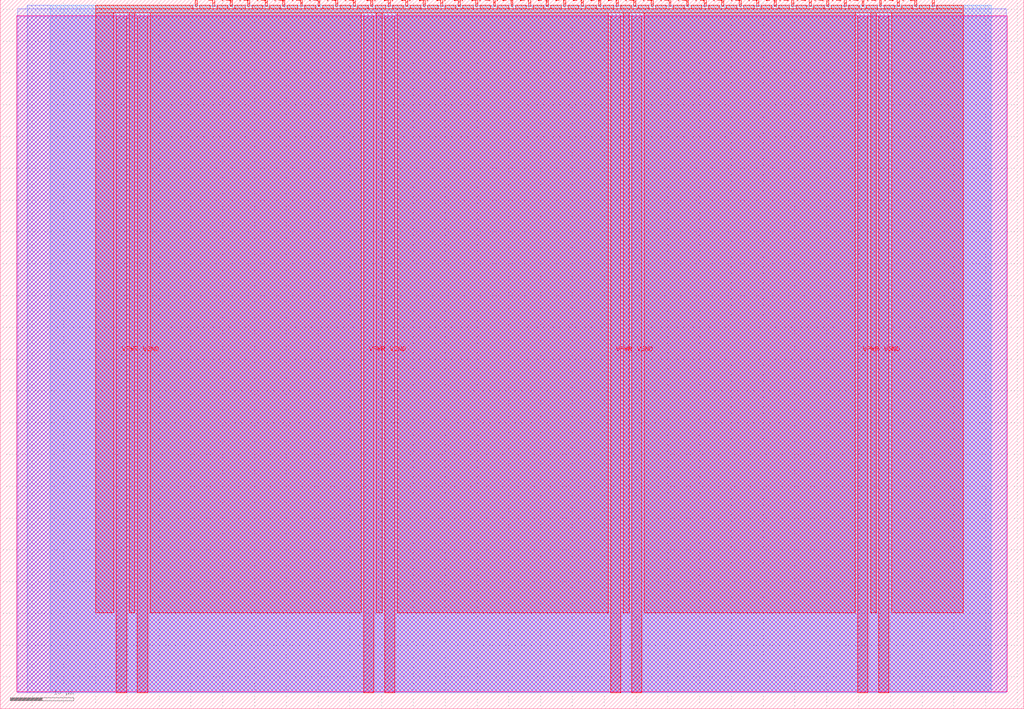
<source format=lef>
VERSION 5.7 ;
  NOWIREEXTENSIONATPIN ON ;
  DIVIDERCHAR "/" ;
  BUSBITCHARS "[]" ;
MACRO tt_um_rebeccargb_hardware_utf8
  CLASS BLOCK ;
  FOREIGN tt_um_rebeccargb_hardware_utf8 ;
  ORIGIN 0.000 0.000 ;
  SIZE 161.000 BY 111.520 ;
  PIN VGND
    DIRECTION INOUT ;
    USE GROUND ;
    PORT
      LAYER met4 ;
        RECT 21.580 2.480 23.180 109.040 ;
    END
    PORT
      LAYER met4 ;
        RECT 60.450 2.480 62.050 109.040 ;
    END
    PORT
      LAYER met4 ;
        RECT 99.320 2.480 100.920 109.040 ;
    END
    PORT
      LAYER met4 ;
        RECT 138.190 2.480 139.790 109.040 ;
    END
  END VGND
  PIN VPWR
    DIRECTION INOUT ;
    USE POWER ;
    PORT
      LAYER met4 ;
        RECT 18.280 2.480 19.880 109.040 ;
    END
    PORT
      LAYER met4 ;
        RECT 57.150 2.480 58.750 109.040 ;
    END
    PORT
      LAYER met4 ;
        RECT 96.020 2.480 97.620 109.040 ;
    END
    PORT
      LAYER met4 ;
        RECT 134.890 2.480 136.490 109.040 ;
    END
  END VPWR
  PIN clk
    DIRECTION INPUT ;
    USE SIGNAL ;
    ANTENNAGATEAREA 0.852000 ;
    PORT
      LAYER met4 ;
        RECT 143.830 110.520 144.130 111.520 ;
    END
  END clk
  PIN ena
    DIRECTION INPUT ;
    USE SIGNAL ;
    PORT
      LAYER met4 ;
        RECT 146.590 110.520 146.890 111.520 ;
    END
  END ena
  PIN rst_n
    DIRECTION INPUT ;
    USE SIGNAL ;
    ANTENNAGATEAREA 0.196500 ;
    PORT
      LAYER met4 ;
        RECT 141.070 110.520 141.370 111.520 ;
    END
  END rst_n
  PIN ui_in[0]
    DIRECTION INPUT ;
    USE SIGNAL ;
    ANTENNAGATEAREA 0.213000 ;
    PORT
      LAYER met4 ;
        RECT 138.310 110.520 138.610 111.520 ;
    END
  END ui_in[0]
  PIN ui_in[1]
    DIRECTION INPUT ;
    USE SIGNAL ;
    ANTENNAGATEAREA 0.213000 ;
    PORT
      LAYER met4 ;
        RECT 135.550 110.520 135.850 111.520 ;
    END
  END ui_in[1]
  PIN ui_in[2]
    DIRECTION INPUT ;
    USE SIGNAL ;
    ANTENNAGATEAREA 0.196500 ;
    PORT
      LAYER met4 ;
        RECT 132.790 110.520 133.090 111.520 ;
    END
  END ui_in[2]
  PIN ui_in[3]
    DIRECTION INPUT ;
    USE SIGNAL ;
    ANTENNAGATEAREA 0.196500 ;
    PORT
      LAYER met4 ;
        RECT 130.030 110.520 130.330 111.520 ;
    END
  END ui_in[3]
  PIN ui_in[4]
    DIRECTION INPUT ;
    USE SIGNAL ;
    ANTENNAGATEAREA 0.196500 ;
    PORT
      LAYER met4 ;
        RECT 127.270 110.520 127.570 111.520 ;
    END
  END ui_in[4]
  PIN ui_in[5]
    DIRECTION INPUT ;
    USE SIGNAL ;
    ANTENNAGATEAREA 0.196500 ;
    PORT
      LAYER met4 ;
        RECT 124.510 110.520 124.810 111.520 ;
    END
  END ui_in[5]
  PIN ui_in[6]
    DIRECTION INPUT ;
    USE SIGNAL ;
    ANTENNAGATEAREA 0.196500 ;
    PORT
      LAYER met4 ;
        RECT 121.750 110.520 122.050 111.520 ;
    END
  END ui_in[6]
  PIN ui_in[7]
    DIRECTION INPUT ;
    USE SIGNAL ;
    ANTENNAGATEAREA 0.126000 ;
    PORT
      LAYER met4 ;
        RECT 118.990 110.520 119.290 111.520 ;
    END
  END ui_in[7]
  PIN uio_in[0]
    DIRECTION INPUT ;
    USE SIGNAL ;
    ANTENNAGATEAREA 0.213000 ;
    PORT
      LAYER met4 ;
        RECT 116.230 110.520 116.530 111.520 ;
    END
  END uio_in[0]
  PIN uio_in[1]
    DIRECTION INPUT ;
    USE SIGNAL ;
    ANTENNAGATEAREA 0.159000 ;
    PORT
      LAYER met4 ;
        RECT 113.470 110.520 113.770 111.520 ;
    END
  END uio_in[1]
  PIN uio_in[2]
    DIRECTION INPUT ;
    USE SIGNAL ;
    ANTENNAGATEAREA 0.213000 ;
    PORT
      LAYER met4 ;
        RECT 110.710 110.520 111.010 111.520 ;
    END
  END uio_in[2]
  PIN uio_in[3]
    DIRECTION INPUT ;
    USE SIGNAL ;
    ANTENNAGATEAREA 0.213000 ;
    PORT
      LAYER met4 ;
        RECT 107.950 110.520 108.250 111.520 ;
    END
  END uio_in[3]
  PIN uio_in[4]
    DIRECTION INPUT ;
    USE SIGNAL ;
    ANTENNAGATEAREA 0.213000 ;
    PORT
      LAYER met4 ;
        RECT 105.190 110.520 105.490 111.520 ;
    END
  END uio_in[4]
  PIN uio_in[5]
    DIRECTION INPUT ;
    USE SIGNAL ;
    ANTENNAGATEAREA 0.213000 ;
    PORT
      LAYER met4 ;
        RECT 102.430 110.520 102.730 111.520 ;
    END
  END uio_in[5]
  PIN uio_in[6]
    DIRECTION INPUT ;
    USE SIGNAL ;
    ANTENNAGATEAREA 0.213000 ;
    PORT
      LAYER met4 ;
        RECT 99.670 110.520 99.970 111.520 ;
    END
  END uio_in[6]
  PIN uio_in[7]
    DIRECTION INPUT ;
    USE SIGNAL ;
    ANTENNAGATEAREA 0.159000 ;
    PORT
      LAYER met4 ;
        RECT 96.910 110.520 97.210 111.520 ;
    END
  END uio_in[7]
  PIN uio_oe[0]
    DIRECTION OUTPUT ;
    USE SIGNAL ;
    ANTENNADIFFAREA 0.445500 ;
    PORT
      LAYER met4 ;
        RECT 49.990 110.520 50.290 111.520 ;
    END
  END uio_oe[0]
  PIN uio_oe[1]
    DIRECTION OUTPUT ;
    USE SIGNAL ;
    ANTENNADIFFAREA 0.445500 ;
    PORT
      LAYER met4 ;
        RECT 47.230 110.520 47.530 111.520 ;
    END
  END uio_oe[1]
  PIN uio_oe[2]
    DIRECTION OUTPUT ;
    USE SIGNAL ;
    ANTENNADIFFAREA 0.445500 ;
    PORT
      LAYER met4 ;
        RECT 44.470 110.520 44.770 111.520 ;
    END
  END uio_oe[2]
  PIN uio_oe[3]
    DIRECTION OUTPUT ;
    USE SIGNAL ;
    ANTENNADIFFAREA 0.445500 ;
    PORT
      LAYER met4 ;
        RECT 41.710 110.520 42.010 111.520 ;
    END
  END uio_oe[3]
  PIN uio_oe[4]
    DIRECTION OUTPUT ;
    USE SIGNAL ;
    ANTENNADIFFAREA 0.445500 ;
    PORT
      LAYER met4 ;
        RECT 38.950 110.520 39.250 111.520 ;
    END
  END uio_oe[4]
  PIN uio_oe[5]
    DIRECTION OUTPUT ;
    USE SIGNAL ;
    ANTENNADIFFAREA 0.445500 ;
    PORT
      LAYER met4 ;
        RECT 36.190 110.520 36.490 111.520 ;
    END
  END uio_oe[5]
  PIN uio_oe[6]
    DIRECTION OUTPUT ;
    USE SIGNAL ;
    ANTENNADIFFAREA 0.445500 ;
    PORT
      LAYER met4 ;
        RECT 33.430 110.520 33.730 111.520 ;
    END
  END uio_oe[6]
  PIN uio_oe[7]
    DIRECTION OUTPUT ;
    USE SIGNAL ;
    ANTENNADIFFAREA 0.445500 ;
    PORT
      LAYER met4 ;
        RECT 30.670 110.520 30.970 111.520 ;
    END
  END uio_oe[7]
  PIN uio_out[0]
    DIRECTION OUTPUT ;
    USE SIGNAL ;
    ANTENNAGATEAREA 0.247500 ;
    ANTENNADIFFAREA 0.891000 ;
    PORT
      LAYER met4 ;
        RECT 72.070 110.520 72.370 111.520 ;
    END
  END uio_out[0]
  PIN uio_out[1]
    DIRECTION OUTPUT ;
    USE SIGNAL ;
    ANTENNAGATEAREA 0.247500 ;
    ANTENNADIFFAREA 0.445500 ;
    PORT
      LAYER met4 ;
        RECT 69.310 110.520 69.610 111.520 ;
    END
  END uio_out[1]
  PIN uio_out[2]
    DIRECTION OUTPUT ;
    USE SIGNAL ;
    ANTENNAGATEAREA 0.247500 ;
    ANTENNADIFFAREA 0.891000 ;
    PORT
      LAYER met4 ;
        RECT 66.550 110.520 66.850 111.520 ;
    END
  END uio_out[2]
  PIN uio_out[3]
    DIRECTION OUTPUT ;
    USE SIGNAL ;
    ANTENNAGATEAREA 0.247500 ;
    ANTENNADIFFAREA 0.445500 ;
    PORT
      LAYER met4 ;
        RECT 63.790 110.520 64.090 111.520 ;
    END
  END uio_out[3]
  PIN uio_out[4]
    DIRECTION OUTPUT ;
    USE SIGNAL ;
    ANTENNAGATEAREA 0.247500 ;
    ANTENNADIFFAREA 0.445500 ;
    PORT
      LAYER met4 ;
        RECT 61.030 110.520 61.330 111.520 ;
    END
  END uio_out[4]
  PIN uio_out[5]
    DIRECTION OUTPUT ;
    USE SIGNAL ;
    ANTENNAGATEAREA 0.247500 ;
    ANTENNADIFFAREA 0.445500 ;
    PORT
      LAYER met4 ;
        RECT 58.270 110.520 58.570 111.520 ;
    END
  END uio_out[5]
  PIN uio_out[6]
    DIRECTION OUTPUT ;
    USE SIGNAL ;
    ANTENNAGATEAREA 0.247500 ;
    ANTENNADIFFAREA 0.445500 ;
    PORT
      LAYER met4 ;
        RECT 55.510 110.520 55.810 111.520 ;
    END
  END uio_out[6]
  PIN uio_out[7]
    DIRECTION OUTPUT ;
    USE SIGNAL ;
    ANTENNAGATEAREA 0.247500 ;
    ANTENNADIFFAREA 0.445500 ;
    PORT
      LAYER met4 ;
        RECT 52.750 110.520 53.050 111.520 ;
    END
  END uio_out[7]
  PIN uo_out[0]
    DIRECTION OUTPUT ;
    USE SIGNAL ;
    ANTENNADIFFAREA 0.462000 ;
    PORT
      LAYER met4 ;
        RECT 94.150 110.520 94.450 111.520 ;
    END
  END uo_out[0]
  PIN uo_out[1]
    DIRECTION OUTPUT ;
    USE SIGNAL ;
    ANTENNADIFFAREA 0.445500 ;
    PORT
      LAYER met4 ;
        RECT 91.390 110.520 91.690 111.520 ;
    END
  END uo_out[1]
  PIN uo_out[2]
    DIRECTION OUTPUT ;
    USE SIGNAL ;
    ANTENNADIFFAREA 0.445500 ;
    PORT
      LAYER met4 ;
        RECT 88.630 110.520 88.930 111.520 ;
    END
  END uo_out[2]
  PIN uo_out[3]
    DIRECTION OUTPUT ;
    USE SIGNAL ;
    ANTENNADIFFAREA 0.445500 ;
    PORT
      LAYER met4 ;
        RECT 85.870 110.520 86.170 111.520 ;
    END
  END uo_out[3]
  PIN uo_out[4]
    DIRECTION OUTPUT ;
    USE SIGNAL ;
    ANTENNADIFFAREA 0.911000 ;
    PORT
      LAYER met4 ;
        RECT 83.110 110.520 83.410 111.520 ;
    END
  END uo_out[4]
  PIN uo_out[5]
    DIRECTION OUTPUT ;
    USE SIGNAL ;
    ANTENNADIFFAREA 0.891000 ;
    PORT
      LAYER met4 ;
        RECT 80.350 110.520 80.650 111.520 ;
    END
  END uo_out[5]
  PIN uo_out[6]
    DIRECTION OUTPUT ;
    USE SIGNAL ;
    ANTENNADIFFAREA 0.891000 ;
    PORT
      LAYER met4 ;
        RECT 77.590 110.520 77.890 111.520 ;
    END
  END uo_out[6]
  PIN uo_out[7]
    DIRECTION OUTPUT ;
    USE SIGNAL ;
    ANTENNADIFFAREA 0.891000 ;
    PORT
      LAYER met4 ;
        RECT 74.830 110.520 75.130 111.520 ;
    END
  END uo_out[7]
  OBS
      LAYER nwell ;
        RECT 2.570 2.635 158.430 108.990 ;
      LAYER li1 ;
        RECT 2.760 2.635 158.240 108.885 ;
      LAYER met1 ;
        RECT 2.760 2.480 158.240 110.120 ;
      LAYER met2 ;
        RECT 4.240 2.535 155.850 110.685 ;
      LAYER met3 ;
        RECT 7.885 2.555 155.875 110.665 ;
      LAYER met4 ;
        RECT 15.015 110.120 30.270 110.665 ;
        RECT 31.370 110.120 33.030 110.665 ;
        RECT 34.130 110.120 35.790 110.665 ;
        RECT 36.890 110.120 38.550 110.665 ;
        RECT 39.650 110.120 41.310 110.665 ;
        RECT 42.410 110.120 44.070 110.665 ;
        RECT 45.170 110.120 46.830 110.665 ;
        RECT 47.930 110.120 49.590 110.665 ;
        RECT 50.690 110.120 52.350 110.665 ;
        RECT 53.450 110.120 55.110 110.665 ;
        RECT 56.210 110.120 57.870 110.665 ;
        RECT 58.970 110.120 60.630 110.665 ;
        RECT 61.730 110.120 63.390 110.665 ;
        RECT 64.490 110.120 66.150 110.665 ;
        RECT 67.250 110.120 68.910 110.665 ;
        RECT 70.010 110.120 71.670 110.665 ;
        RECT 72.770 110.120 74.430 110.665 ;
        RECT 75.530 110.120 77.190 110.665 ;
        RECT 78.290 110.120 79.950 110.665 ;
        RECT 81.050 110.120 82.710 110.665 ;
        RECT 83.810 110.120 85.470 110.665 ;
        RECT 86.570 110.120 88.230 110.665 ;
        RECT 89.330 110.120 90.990 110.665 ;
        RECT 92.090 110.120 93.750 110.665 ;
        RECT 94.850 110.120 96.510 110.665 ;
        RECT 97.610 110.120 99.270 110.665 ;
        RECT 100.370 110.120 102.030 110.665 ;
        RECT 103.130 110.120 104.790 110.665 ;
        RECT 105.890 110.120 107.550 110.665 ;
        RECT 108.650 110.120 110.310 110.665 ;
        RECT 111.410 110.120 113.070 110.665 ;
        RECT 114.170 110.120 115.830 110.665 ;
        RECT 116.930 110.120 118.590 110.665 ;
        RECT 119.690 110.120 121.350 110.665 ;
        RECT 122.450 110.120 124.110 110.665 ;
        RECT 125.210 110.120 126.870 110.665 ;
        RECT 127.970 110.120 129.630 110.665 ;
        RECT 130.730 110.120 132.390 110.665 ;
        RECT 133.490 110.120 135.150 110.665 ;
        RECT 136.250 110.120 137.910 110.665 ;
        RECT 139.010 110.120 140.670 110.665 ;
        RECT 141.770 110.120 143.430 110.665 ;
        RECT 144.530 110.120 146.190 110.665 ;
        RECT 147.290 110.120 151.505 110.665 ;
        RECT 15.015 109.440 151.505 110.120 ;
        RECT 15.015 15.135 17.880 109.440 ;
        RECT 20.280 15.135 21.180 109.440 ;
        RECT 23.580 15.135 56.750 109.440 ;
        RECT 59.150 15.135 60.050 109.440 ;
        RECT 62.450 15.135 95.620 109.440 ;
        RECT 98.020 15.135 98.920 109.440 ;
        RECT 101.320 15.135 134.490 109.440 ;
        RECT 136.890 15.135 137.790 109.440 ;
        RECT 140.190 15.135 151.505 109.440 ;
  END
END tt_um_rebeccargb_hardware_utf8
END LIBRARY


</source>
